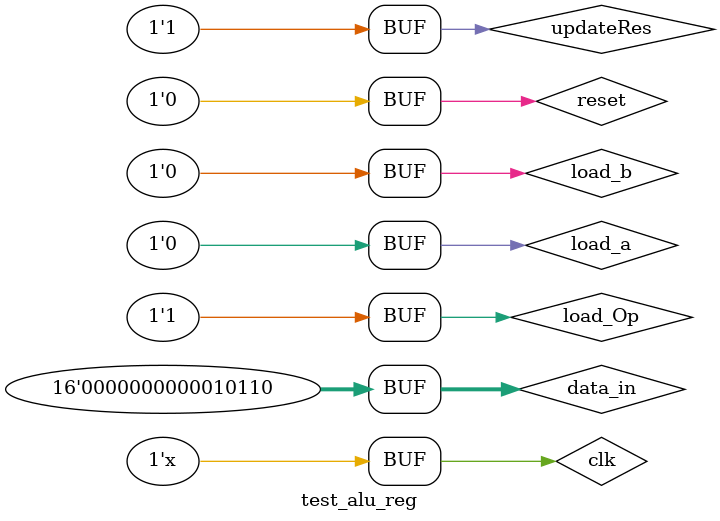
<source format=sv>
`timescale 1ns / 1ps
module test_alu_reg();
    logic [15:0] data_in;
    logic load_a, load_b, load_Op, clk,reset,updateRes;
    logic [6:0]Segments;
    logic [7:0]Anodes;
    logic LEDs;
    
    alu_reg #(.N(16)) DUT (.data_in(data_in),
                           .load_a(load_a),
                           .load_b(load_b),
                           .load_Op(load_Op),
                           .clk(clk),
                           .reset(reset),
                           .updateRes(updateRes),
                           .Segments(Segments),
                           .Anodes(Anodes),
                           .LEDs(LEDs));
                           
    always #10 clk = ~clk;
   
    
    initial begin 
    data_in = 16'h20;
    clk = 0 ;
    reset = 1;
    load_a = 0;
    load_b = 0;
    load_Op= 1;
    updateRes = 1;
    

    
    #30 reset = 0;


    #20 data_in = 16'h17;
        load_a = 1;
        
    #10 load_a = 0;
        
    #30 data_in = 16'h25;
        load_b = 1;
        
    #10 load_b = 0;
    
    #30 load_a = 1;
        data_in = 16'h39;
  
    #10 load_a = 0;
       
    #30 load_b = 1;
        data_in = 16'h40;
        
    #10 load_b = 0;
    
    #30  load_a = 1;
         data_in = 16'h87;
         
    #10 load_a = 0;
    
    #30 data_in = 16'h95;
        load_b = 1;
        
    #10 load_b = 0;
    
    #30 load_a = 1;
        data_in = 16'h3;
  
    #10 load_a = 0;
       
    #30 load_b = 1;
        data_in = 16'h32;
        
    #10 load_b = 0;
    
    #30  load_a = 1;
         data_in = 16'h16;
         
    #10 load_a = 0;

   
    end   
endmodule

</source>
